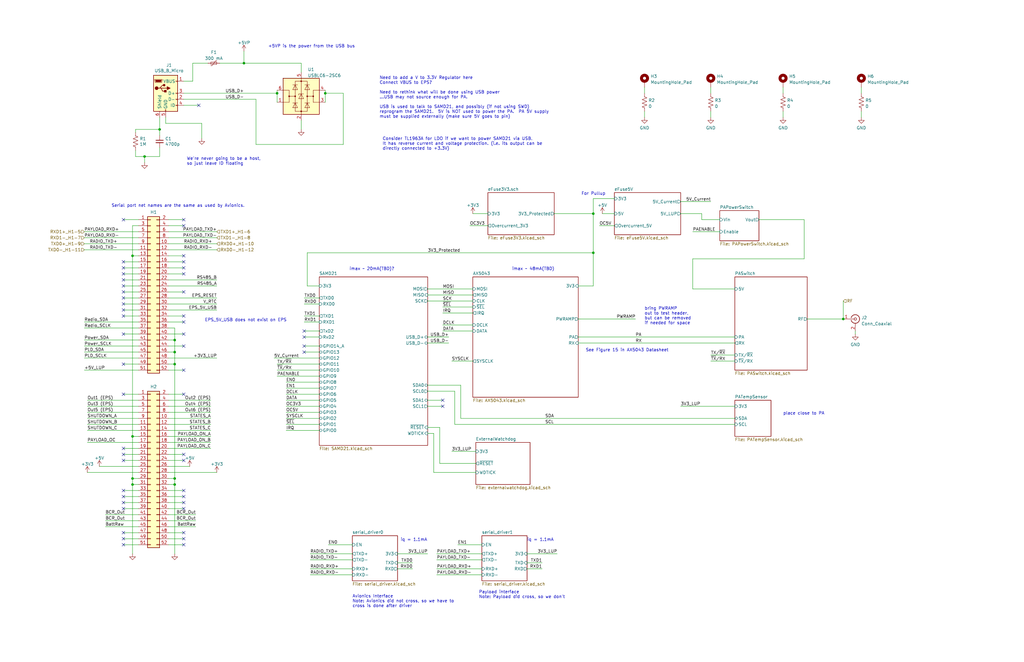
<source format=kicad_sch>
(kicad_sch (version 20211123) (generator eeschema)
  (paper "B")
  (lib_symbols
    (symbol "Avionics_Board-rescue:USB_B_Micro-Connector" (pin_names (offset 1.016))
      (property "Reference" "J" (at -5.08 11.43 0))
      (property "Value" "USB_B_Micro-Connector" (at -5.08 8.89 0))
      (symbol "USB_B_Micro-Connector_1_1"
        (pin power_out line (at 7.62 5.08 180) (length 2.54) (name "VBUS") (number "1"))
        (pin passive line (at 7.62 -2.54 180) (length 2.54) (name "D-") (number "2"))
        (pin passive line (at 7.62 0 180) (length 2.54) (name "D+") (number "3"))
        (pin passive line (at 7.62 -5.08 180) (length 2.54) (name "ID") (number "4"))
        (pin power_out line (at 0 -10.16 90) (length 2.54) (name "GND") (number "5"))
        (pin passive line (at -2.54 -10.16 90) (length 2.54) (name "Shield") (number "6"))
      )
    )
    (symbol "Connector:Conn_Coaxial" (pin_names (offset 1.016) hide)
      (property "Reference" "J" (at 0.254 3.048 0))
      (property "Value" "Conn_Coaxial" (at 2.921 0 90))
      (symbol "Conn_Coaxial_1_1"
        (pin passive line (at -5.08 0 0) (length 2.54) (name "In") (number "1"))
        (pin passive line (at 0 -5.08 90) (length 2.54) (name "Ext") (number "2"))
      )
    )
    (symbol "Connector_Generic:Conn_02x26_Odd_Even" (pin_names (offset 1.016) hide)
      (property "Reference" "J" (at 1.27 33.02 0))
      (property "Value" "Conn_02x26_Odd_Even" (at 1.27 -35.56 0))
      (symbol "Conn_02x26_Odd_Even_1_1"
        (pin passive line (at -5.08 30.48 0) (length 3.81) (name "Pin_1") (number "1"))
        (pin passive line (at 7.62 20.32 180) (length 3.81) (name "Pin_10") (number "10"))
        (pin passive line (at -5.08 17.78 0) (length 3.81) (name "Pin_11") (number "11"))
        (pin passive line (at 7.62 17.78 180) (length 3.81) (name "Pin_12") (number "12"))
        (pin passive line (at -5.08 15.24 0) (length 3.81) (name "Pin_13") (number "13"))
        (pin passive line (at 7.62 15.24 180) (length 3.81) (name "Pin_14") (number "14"))
        (pin passive line (at -5.08 12.7 0) (length 3.81) (name "Pin_15") (number "15"))
        (pin passive line (at 7.62 12.7 180) (length 3.81) (name "Pin_16") (number "16"))
        (pin passive line (at -5.08 10.16 0) (length 3.81) (name "Pin_17") (number "17"))
        (pin passive line (at 7.62 10.16 180) (length 3.81) (name "Pin_18") (number "18"))
        (pin passive line (at -5.08 7.62 0) (length 3.81) (name "Pin_19") (number "19"))
        (pin passive line (at 7.62 30.48 180) (length 3.81) (name "Pin_2") (number "2"))
        (pin passive line (at 7.62 7.62 180) (length 3.81) (name "Pin_20") (number "20"))
        (pin passive line (at -5.08 5.08 0) (length 3.81) (name "Pin_21") (number "21"))
        (pin passive line (at 7.62 5.08 180) (length 3.81) (name "Pin_22") (number "22"))
        (pin passive line (at -5.08 2.54 0) (length 3.81) (name "Pin_23") (number "23"))
        (pin passive line (at 7.62 2.54 180) (length 3.81) (name "Pin_24") (number "24"))
        (pin passive line (at -5.08 0 0) (length 3.81) (name "Pin_25") (number "25"))
        (pin passive line (at 7.62 0 180) (length 3.81) (name "Pin_26") (number "26"))
        (pin passive line (at -5.08 -2.54 0) (length 3.81) (name "Pin_27") (number "27"))
        (pin passive line (at 7.62 -2.54 180) (length 3.81) (name "Pin_28") (number "28"))
        (pin passive line (at -5.08 -5.08 0) (length 3.81) (name "Pin_29") (number "29"))
        (pin passive line (at -5.08 27.94 0) (length 3.81) (name "Pin_3") (number "3"))
        (pin passive line (at 7.62 -5.08 180) (length 3.81) (name "Pin_30") (number "30"))
        (pin passive line (at -5.08 -7.62 0) (length 3.81) (name "Pin_31") (number "31"))
        (pin passive line (at 7.62 -7.62 180) (length 3.81) (name "Pin_32") (number "32"))
        (pin passive line (at -5.08 -10.16 0) (length 3.81) (name "Pin_33") (number "33"))
        (pin passive line (at 7.62 -10.16 180) (length 3.81) (name "Pin_34") (number "34"))
        (pin passive line (at -5.08 -12.7 0) (length 3.81) (name "Pin_35") (number "35"))
        (pin passive line (at 7.62 -12.7 180) (length 3.81) (name "Pin_36") (number "36"))
        (pin passive line (at -5.08 -15.24 0) (length 3.81) (name "Pin_37") (number "37"))
        (pin passive line (at 7.62 -15.24 180) (length 3.81) (name "Pin_38") (number "38"))
        (pin passive line (at -5.08 -17.78 0) (length 3.81) (name "Pin_39") (number "39"))
        (pin passive line (at 7.62 27.94 180) (length 3.81) (name "Pin_4") (number "4"))
        (pin passive line (at 7.62 -17.78 180) (length 3.81) (name "Pin_40") (number "40"))
        (pin passive line (at -5.08 -20.32 0) (length 3.81) (name "Pin_41") (number "41"))
        (pin passive line (at 7.62 -20.32 180) (length 3.81) (name "Pin_42") (number "42"))
        (pin passive line (at -5.08 -22.86 0) (length 3.81) (name "Pin_43") (number "43"))
        (pin passive line (at 7.62 -22.86 180) (length 3.81) (name "Pin_44") (number "44"))
        (pin passive line (at -5.08 -25.4 0) (length 3.81) (name "Pin_45") (number "45"))
        (pin passive line (at 7.62 -25.4 180) (length 3.81) (name "Pin_46") (number "46"))
        (pin passive line (at -5.08 -27.94 0) (length 3.81) (name "Pin_47") (number "47"))
        (pin passive line (at 7.62 -27.94 180) (length 3.81) (name "Pin_48") (number "48"))
        (pin passive line (at -5.08 -30.48 0) (length 3.81) (name "Pin_49") (number "49"))
        (pin passive line (at -5.08 25.4 0) (length 3.81) (name "Pin_5") (number "5"))
        (pin passive line (at 7.62 -30.48 180) (length 3.81) (name "Pin_50") (number "50"))
        (pin passive line (at -5.08 -33.02 0) (length 3.81) (name "Pin_51") (number "51"))
        (pin passive line (at 7.62 -33.02 180) (length 3.81) (name "Pin_52") (number "52"))
        (pin passive line (at 7.62 25.4 180) (length 3.81) (name "Pin_6") (number "6"))
        (pin passive line (at -5.08 22.86 0) (length 3.81) (name "Pin_7") (number "7"))
        (pin passive line (at 7.62 22.86 180) (length 3.81) (name "Pin_8") (number "8"))
        (pin passive line (at -5.08 20.32 0) (length 3.81) (name "Pin_9") (number "9"))
      )
    )
    (symbol "Device:C_Small" (pin_numbers hide) (pin_names (offset 0.254) hide)
      (property "Reference" "C" (at 0.254 1.778 0))
      (property "Value" "C_Small" (at 0.254 -2.032 0))
      (symbol "C_Small_1_1"
        (pin passive line (at 0 2.54 270) (length 2.032) (name "~") (number "1"))
        (pin passive line (at 0 -2.54 90) (length 2.032) (name "~") (number "2"))
      )
    )
    (symbol "Device:Polyfuse_Small" (pin_numbers hide) (pin_names (offset 0))
      (property "Reference" "F" (at -1.905 0 90))
      (property "Value" "Polyfuse_Small" (at 1.905 0 90))
      (symbol "Polyfuse_Small_1_1"
        (pin passive line (at 0 2.54 270) (length 0.635) (name "~") (number "1"))
        (pin passive line (at 0 -2.54 90) (length 0.635) (name "~") (number "2"))
      )
    )
    (symbol "Device:R_US" (pin_numbers hide) (pin_names (offset 0))
      (property "Reference" "R" (at 2.54 0 90))
      (property "Value" "R_US" (at -2.54 0 90))
      (symbol "R_US_1_1"
        (pin passive line (at 0 3.81 270) (length 1.27) (name "~") (number "1"))
        (pin passive line (at 0 -3.81 90) (length 1.27) (name "~") (number "2"))
      )
    )
    (symbol "Mechanical:MountingHole_Pad" (pin_numbers hide) (pin_names (offset 1.016) hide)
      (property "Reference" "H" (at 0 6.35 0))
      (property "Value" "MountingHole_Pad" (at 0 4.445 0))
      (symbol "MountingHole_Pad_1_1"
        (pin input line (at 0 -2.54 90) (length 2.54) (name "1") (number "1"))
      )
    )
    (symbol "Power_Protection:USBLC6-2SC6" (pin_names hide)
      (property "Reference" "U" (at 2.54 8.89 0))
      (property "Value" "USBLC6-2SC6" (at 2.54 -8.89 0))
      (symbol "USBLC6-2SC6_1_1"
        (pin passive line (at -10.16 -2.54 0) (length 2.54) (name "I/O1") (number "1"))
        (pin passive line (at 0 -10.16 90) (length 2.54) (name "GND") (number "2"))
        (pin passive line (at 10.16 -2.54 180) (length 2.54) (name "I/O2") (number "3"))
        (pin passive line (at 10.16 2.54 180) (length 2.54) (name "I/O2") (number "4"))
        (pin passive line (at 0 10.16 270) (length 2.54) (name "VBUS") (number "5"))
        (pin passive line (at -10.16 2.54 0) (length 2.54) (name "I/O1") (number "6"))
      )
    )
    (symbol "power:+3.3V" (power) (pin_names (offset 0))
      (property "Value" "+3.3V" (at 0 3.556 0))
      (symbol "+3.3V_1_1"
        (pin power_in line (at 0 0 90) (length 0) hide (name "+3V3") (number "1"))
      )
    )
    (symbol "power:+5V" (power) (pin_names (offset 0))
      (property "Value" "+5V" (at 0 3.556 0))
      (symbol "+5V_1_1"
        (pin power_in line (at 0 0 90) (length 0) hide (name "+5V") (number "1"))
      )
    )
    (symbol "power:+5VP" (power) (pin_names (offset 0))
      (property "Value" "+5VP" (at 0 3.556 0))
      (symbol "+5VP_1_1"
        (pin power_in line (at 0 0 90) (length 0) hide (name "+5VP") (number "1"))
      )
    )
    (symbol "power:GND" (power) (pin_names (offset 0))
      (property "Value" "GND" (at 0 -3.81 0))
      (symbol "GND_1_1"
        (pin power_in line (at 0 0 270) (length 0) hide (name "GND") (number "1"))
      )
    )
  )
  (junction (at 137.16 39.37))
  (junction (at 250.19 90.17))
  (junction (at 116.84 39.37))
  (junction (at 73.66 153.67))
  (junction (at 55.88 107.95))
  (junction (at 73.66 143.51))
  (junction (at 55.88 201.93))
  (junction (at 67.31 54.61))
  (junction (at 355.6 134.62))
  (junction (at 73.66 201.93))
  (junction (at 250.19 106.68))
  (junction (at 73.66 148.59))
  (junction (at 102.87 26.67))
  (junction (at 73.66 204.47))
  (junction (at 55.88 184.15))
  (junction (at 55.88 204.47))
  (junction (at 60.96 66.04))
  (no_connect (at 83.82 44.45))
  (no_connect (at 128.27 148.59))
  (no_connect (at 77.47 166.37))
  (no_connect (at 186.69 171.45))
  (no_connect (at 186.69 168.91))
  (no_connect (at 128.27 146.05))
  (no_connect (at 128.27 142.24))
  (no_connect (at 128.27 139.7))
  (no_connect (at 77.47 146.05))
  (no_connect (at 77.47 133.35))
  (no_connect (at 77.47 135.89))
  (no_connect (at 77.47 140.97))
  (no_connect (at 77.47 92.71))
  (no_connect (at 77.47 95.25))
  (no_connect (at 77.47 123.19))
  (no_connect (at 77.47 107.95))
  (no_connect (at 77.47 110.49))
  (no_connect (at 77.47 113.03))
  (no_connect (at 77.47 115.57))
  (no_connect (at 52.07 153.67))
  (no_connect (at 52.07 110.49))
  (no_connect (at 52.07 113.03))
  (no_connect (at 52.07 133.35))
  (no_connect (at 52.07 140.97))
  (no_connect (at 52.07 123.19))
  (no_connect (at 52.07 125.73))
  (no_connect (at 52.07 128.27))
  (no_connect (at 52.07 130.81))
  (no_connect (at 52.07 115.57))
  (no_connect (at 52.07 118.11))
  (no_connect (at 52.07 120.65))
  (no_connect (at 52.07 92.71))
  (no_connect (at 77.47 191.77))
  (no_connect (at 77.47 194.31))
  (no_connect (at 52.07 207.01))
  (no_connect (at 52.07 224.79))
  (no_connect (at 52.07 229.87))
  (no_connect (at 52.07 227.33))
  (no_connect (at 52.07 209.55))
  (no_connect (at 52.07 212.09))
  (no_connect (at 52.07 214.63))
  (no_connect (at 77.47 207.01))
  (no_connect (at 77.47 209.55))
  (no_connect (at 77.47 212.09))
  (no_connect (at 77.47 214.63))
  (no_connect (at 77.47 224.79))
  (no_connect (at 77.47 227.33))
  (no_connect (at 77.47 229.87))
  (no_connect (at 52.07 189.23))
  (no_connect (at 52.07 191.77))
  (no_connect (at 52.07 194.31))
  (no_connect (at 52.07 166.37))
  (no_connect (at 77.47 156.21))
  (wire (pts (xy 339.09 109.22) (xy 292.1 109.22)))
  (wire (pts (xy 243.84 142.24) (xy 309.88 142.24)))
  (wire (pts (xy 71.12 148.59) (xy 73.66 148.59)))
  (wire (pts (xy 60.96 68.58) (xy 60.96 66.04)))
  (wire (pts (xy 52.07 207.01) (xy 58.42 207.01)))
  (wire (pts (xy 287.02 171.45) (xy 309.88 171.45)))
  (wire (pts (xy 71.12 133.35) (xy 77.47 133.35)))
  (wire (pts (xy 128.27 133.35) (xy 134.62 133.35)))
  (wire (pts (xy 71.12 194.31) (xy 77.47 194.31)))
  (wire (pts (xy 35.56 102.87) (xy 58.42 102.87)))
  (wire (pts (xy 130.81 236.22) (xy 148.59 236.22)))
  (wire (pts (xy 186.69 137.16) (xy 199.39 137.16)))
  (wire (pts (xy 55.88 201.93) (xy 58.42 201.93)))
  (wire (pts (xy 67.31 54.61) (xy 57.15 54.61)))
  (wire (pts (xy 128.27 148.59) (xy 134.62 148.59)))
  (wire (pts (xy 71.12 151.13) (xy 91.44 151.13)))
  (wire (pts (xy 287.02 85.09) (xy 299.72 85.09)))
  (wire (pts (xy 57.15 66.04) (xy 60.96 66.04)))
  (wire (pts (xy 120.65 176.53) (xy 134.62 176.53)))
  (wire (pts (xy 52.07 133.35) (xy 58.42 133.35)))
  (wire (pts (xy 71.12 191.77) (xy 77.47 191.77)))
  (wire (pts (xy 360.68 139.7) (xy 360.68 140.97)))
  (wire (pts (xy 120.65 166.37) (xy 134.62 166.37)))
  (wire (pts (xy 190.5 190.5) (xy 200.66 190.5)))
  (wire (pts (xy 67.31 49.53) (xy 67.31 54.61)))
  (wire (pts (xy 250.19 90.17) (xy 233.68 90.17)))
  (wire (pts (xy 44.45 219.71) (xy 58.42 219.71)))
  (wire (pts (xy 52.07 209.55) (xy 58.42 209.55)))
  (wire (pts (xy 36.83 171.45) (xy 58.42 171.45)))
  (wire (pts (xy 228.6 240.03) (xy 222.25 240.03)))
  (wire (pts (xy 180.34 162.56) (xy 194.31 162.56)))
  (wire (pts (xy 73.66 204.47) (xy 73.66 233.68)))
  (wire (pts (xy 299.72 149.86) (xy 309.88 149.86)))
  (wire (pts (xy 330.2 46.99) (xy 330.2 49.53)))
  (wire (pts (xy 52.07 191.77) (xy 58.42 191.77)))
  (wire (pts (xy 102.87 26.67) (xy 102.87 21.59)))
  (wire (pts (xy 71.12 110.49) (xy 77.47 110.49)))
  (wire (pts (xy 107.95 60.96) (xy 144.78 60.96)))
  (wire (pts (xy 71.12 100.33) (xy 91.44 100.33)))
  (wire (pts (xy 128.27 125.73) (xy 134.62 125.73)))
  (wire (pts (xy 35.56 148.59) (xy 58.42 148.59)))
  (wire (pts (xy 116.84 153.67) (xy 134.62 153.67)))
  (wire (pts (xy 184.15 242.57) (xy 203.2 242.57)))
  (wire (pts (xy 250.19 83.82) (xy 250.19 90.17)))
  (wire (pts (xy 52.07 189.23) (xy 58.42 189.23)))
  (wire (pts (xy 180.34 142.24) (xy 189.23 142.24)))
  (wire (pts (xy 71.12 186.69) (xy 88.9 186.69)))
  (wire (pts (xy 222.25 233.68) (xy 234.95 233.68)))
  (wire (pts (xy 182.88 199.39) (xy 182.88 182.88)))
  (wire (pts (xy 71.12 189.23) (xy 88.9 189.23)))
  (wire (pts (xy 180.34 144.78) (xy 189.23 144.78)))
  (wire (pts (xy 71.12 105.41) (xy 91.44 105.41)))
  (wire (pts (xy 130.81 233.68) (xy 148.59 233.68)))
  (wire (pts (xy 35.56 138.43) (xy 58.42 138.43)))
  (wire (pts (xy 363.22 46.99) (xy 363.22 49.53)))
  (wire (pts (xy 120.65 163.83) (xy 134.62 163.83)))
  (wire (pts (xy 71.12 97.79) (xy 91.44 97.79)))
  (wire (pts (xy 52.07 194.31) (xy 58.42 194.31)))
  (wire (pts (xy 180.34 121.92) (xy 199.39 121.92)))
  (wire (pts (xy 52.07 224.79) (xy 58.42 224.79)))
  (wire (pts (xy 127 30.48) (xy 127 26.67)))
  (wire (pts (xy 186.69 129.54) (xy 199.39 129.54)))
  (wire (pts (xy 180.34 165.1) (xy 191.77 165.1)))
  (wire (pts (xy 116.84 39.37) (xy 116.84 43.18)))
  (wire (pts (xy 92.71 26.67) (xy 102.87 26.67)))
  (wire (pts (xy 191.77 179.07) (xy 309.88 179.07)))
  (wire (pts (xy 44.45 222.25) (xy 58.42 222.25)))
  (wire (pts (xy 134.62 120.65) (xy 129.54 120.65)))
  (wire (pts (xy 144.78 60.96) (xy 144.78 39.37)))
  (wire (pts (xy 137.16 38.1) (xy 137.16 39.37)))
  (wire (pts (xy 55.88 204.47) (xy 58.42 204.47)))
  (wire (pts (xy 52.07 227.33) (xy 58.42 227.33)))
  (wire (pts (xy 120.65 171.45) (xy 134.62 171.45)))
  (wire (pts (xy 128.27 128.27) (xy 134.62 128.27)))
  (wire (pts (xy 194.31 176.53) (xy 309.88 176.53)))
  (wire (pts (xy 71.12 125.73) (xy 91.44 125.73)))
  (wire (pts (xy 57.15 54.61) (xy 57.15 55.88)))
  (wire (pts (xy 71.12 176.53) (xy 88.9 176.53)))
  (wire (pts (xy 137.16 39.37) (xy 137.16 43.18)))
  (wire (pts (xy 36.83 173.99) (xy 58.42 173.99)))
  (wire (pts (xy 71.12 207.01) (xy 77.47 207.01)))
  (wire (pts (xy 250.19 106.68) (xy 250.19 90.17)))
  (wire (pts (xy 292.1 109.22) (xy 292.1 121.92)))
  (wire (pts (xy 71.12 130.81) (xy 91.44 130.81)))
  (wire (pts (xy 81.28 34.29) (xy 81.28 26.67)))
  (wire (pts (xy 254 90.17) (xy 259.08 90.17)))
  (wire (pts (xy 52.07 214.63) (xy 58.42 214.63)))
  (wire (pts (xy 52.07 212.09) (xy 58.42 212.09)))
  (wire (pts (xy 127 26.67) (xy 102.87 26.67)))
  (wire (pts (xy 81.28 26.67) (xy 87.63 26.67)))
  (wire (pts (xy 355.6 127) (xy 355.6 134.62)))
  (wire (pts (xy 35.56 105.41) (xy 58.42 105.41)))
  (wire (pts (xy 52.07 123.19) (xy 58.42 123.19)))
  (wire (pts (xy 180.34 182.88) (xy 182.88 182.88)))
  (wire (pts (xy 190.5 152.4) (xy 199.39 152.4)))
  (wire (pts (xy 71.12 196.85) (xy 80.01 196.85)))
  (wire (pts (xy 363.22 36.83) (xy 363.22 39.37)))
  (wire (pts (xy 186.69 132.08) (xy 199.39 132.08)))
  (wire (pts (xy 330.2 36.83) (xy 330.2 39.37)))
  (wire (pts (xy 69.85 52.07) (xy 85.09 52.07)))
  (wire (pts (xy 250.19 120.65) (xy 250.19 106.68)))
  (wire (pts (xy 243.84 120.65) (xy 250.19 120.65)))
  (wire (pts (xy 71.12 168.91) (xy 88.9 168.91)))
  (wire (pts (xy 36.83 186.69) (xy 58.42 186.69)))
  (wire (pts (xy 243.84 144.78) (xy 309.88 144.78)))
  (wire (pts (xy 180.34 124.46) (xy 199.39 124.46)))
  (wire (pts (xy 71.12 184.15) (xy 88.9 184.15)))
  (wire (pts (xy 73.66 143.51) (xy 73.66 148.59)))
  (wire (pts (xy 116.84 158.75) (xy 134.62 158.75)))
  (wire (pts (xy 116.84 156.21) (xy 134.62 156.21)))
  (wire (pts (xy 67.31 66.04) (xy 67.31 62.23)))
  (wire (pts (xy 57.15 63.5) (xy 57.15 66.04)))
  (wire (pts (xy 228.6 237.49) (xy 222.25 237.49)))
  (wire (pts (xy 71.12 212.09) (xy 77.47 212.09)))
  (wire (pts (xy 128.27 135.89) (xy 134.62 135.89)))
  (wire (pts (xy 167.64 233.68) (xy 180.34 233.68)))
  (wire (pts (xy 173.99 240.03) (xy 167.64 240.03)))
  (wire (pts (xy 299.72 152.4) (xy 309.88 152.4)))
  (wire (pts (xy 339.09 92.71) (xy 339.09 109.22)))
  (wire (pts (xy 71.12 95.25) (xy 77.47 95.25)))
  (wire (pts (xy 36.83 181.61) (xy 58.42 181.61)))
  (wire (pts (xy 198.12 95.25) (xy 205.74 95.25)))
  (wire (pts (xy 292.1 97.79) (xy 303.53 97.79)))
  (wire (pts (xy 55.88 95.25) (xy 58.42 95.25)))
  (wire (pts (xy 73.66 201.93) (xy 73.66 204.47)))
  (wire (pts (xy 107.95 41.91) (xy 107.95 60.96)))
  (wire (pts (xy 35.56 135.89) (xy 58.42 135.89)))
  (wire (pts (xy 71.12 123.19) (xy 77.47 123.19)))
  (wire (pts (xy 52.07 125.73) (xy 58.42 125.73)))
  (wire (pts (xy 184.15 240.03) (xy 203.2 240.03)))
  (wire (pts (xy 205.74 90.17) (xy 199.39 90.17)))
  (wire (pts (xy 71.12 229.87) (xy 77.47 229.87)))
  (wire (pts (xy 144.78 39.37) (xy 137.16 39.37)))
  (wire (pts (xy 71.12 181.61) (xy 88.9 181.61)))
  (wire (pts (xy 73.66 138.43) (xy 73.66 143.51)))
  (wire (pts (xy 77.47 39.37) (xy 116.84 39.37)))
  (wire (pts (xy 138.43 229.87) (xy 148.59 229.87)))
  (wire (pts (xy 184.15 233.68) (xy 203.2 233.68)))
  (wire (pts (xy 35.56 143.51) (xy 58.42 143.51)))
  (wire (pts (xy 77.47 44.45) (xy 83.82 44.45)))
  (wire (pts (xy 115.57 151.13) (xy 134.62 151.13)))
  (wire (pts (xy 71.12 156.21) (xy 77.47 156.21)))
  (wire (pts (xy 71.12 115.57) (xy 77.47 115.57)))
  (wire (pts (xy 36.83 199.39) (xy 58.42 199.39)))
  (wire (pts (xy 73.66 153.67) (xy 73.66 201.93)))
  (wire (pts (xy 193.04 229.87) (xy 203.2 229.87)))
  (wire (pts (xy 120.65 181.61) (xy 134.62 181.61)))
  (wire (pts (xy 130.81 240.03) (xy 148.59 240.03)))
  (wire (pts (xy 184.15 236.22) (xy 203.2 236.22)))
  (wire (pts (xy 120.65 168.91) (xy 134.62 168.91)))
  (wire (pts (xy 243.84 134.62) (xy 267.97 134.62)))
  (wire (pts (xy 71.12 209.55) (xy 77.47 209.55)))
  (wire (pts (xy 52.07 128.27) (xy 58.42 128.27)))
  (wire (pts (xy 120.65 173.99) (xy 134.62 173.99)))
  (wire (pts (xy 287.02 90.17) (xy 295.91 90.17)))
  (wire (pts (xy 71.12 173.99) (xy 88.9 173.99)))
  (wire (pts (xy 295.91 92.71) (xy 303.53 92.71)))
  (wire (pts (xy 52.07 92.71) (xy 58.42 92.71)))
  (wire (pts (xy 52.07 113.03) (xy 58.42 113.03)))
  (wire (pts (xy 35.56 97.79) (xy 58.42 97.79)))
  (wire (pts (xy 71.12 146.05) (xy 77.47 146.05)))
  (wire (pts (xy 71.12 171.45) (xy 88.9 171.45)))
  (wire (pts (xy 259.08 83.82) (xy 250.19 83.82)))
  (wire (pts (xy 69.85 49.53) (xy 69.85 52.07)))
  (wire (pts (xy 52.07 110.49) (xy 58.42 110.49)))
  (wire (pts (xy 71.12 179.07) (xy 88.9 179.07)))
  (wire (pts (xy 71.12 107.95) (xy 77.47 107.95)))
  (wire (pts (xy 116.84 39.37) (xy 116.84 38.1)))
  (wire (pts (xy 52.07 229.87) (xy 58.42 229.87)))
  (wire (pts (xy 71.12 214.63) (xy 77.47 214.63)))
  (wire (pts (xy 52.07 130.81) (xy 58.42 130.81)))
  (wire (pts (xy 71.12 138.43) (xy 73.66 138.43)))
  (wire (pts (xy 71.12 224.79) (xy 77.47 224.79)))
  (wire (pts (xy 129.54 120.65) (xy 129.54 106.68)))
  (wire (pts (xy 35.56 156.21) (xy 58.42 156.21)))
  (wire (pts (xy 200.66 195.58) (xy 185.42 195.58)))
  (wire (pts (xy 71.12 199.39) (xy 91.44 199.39)))
  (wire (pts (xy 71.12 92.71) (xy 77.47 92.71)))
  (wire (pts (xy 120.65 179.07) (xy 134.62 179.07)))
  (wire (pts (xy 271.78 36.83) (xy 271.78 39.37)))
  (wire (pts (xy 309.88 121.92) (xy 292.1 121.92)))
  (wire (pts (xy 299.72 36.83) (xy 299.72 39.37)))
  (wire (pts (xy 71.12 128.27) (xy 91.44 128.27)))
  (wire (pts (xy 77.47 166.37) (xy 71.12 166.37)))
  (wire (pts (xy 52.07 153.67) (xy 58.42 153.67)))
  (wire (pts (xy 73.66 148.59) (xy 73.66 153.67)))
  (wire (pts (xy 71.12 143.51) (xy 73.66 143.51)))
  (wire (pts (xy 252.73 95.25) (xy 259.08 95.25)))
  (wire (pts (xy 128.27 142.24) (xy 134.62 142.24)))
  (wire (pts (xy 71.12 219.71) (xy 82.55 219.71)))
  (wire (pts (xy 299.72 46.99) (xy 299.72 49.53)))
  (wire (pts (xy 130.81 242.57) (xy 148.59 242.57)))
  (wire (pts (xy 295.91 90.17) (xy 295.91 92.71)))
  (wire (pts (xy 71.12 113.03) (xy 77.47 113.03)))
  (wire (pts (xy 36.83 168.91) (xy 58.42 168.91)))
  (wire (pts (xy 71.12 135.89) (xy 77.47 135.89)))
  (wire (pts (xy 128.27 146.05) (xy 134.62 146.05)))
  (wire (pts (xy 44.45 217.17) (xy 58.42 217.17)))
  (wire (pts (xy 71.12 217.17) (xy 82.55 217.17)))
  (wire (pts (xy 55.88 107.95) (xy 55.88 184.15)))
  (wire (pts (xy 35.56 151.13) (xy 58.42 151.13)))
  (wire (pts (xy 127 50.8) (xy 127 54.61)))
  (wire (pts (xy 52.07 140.97) (xy 58.42 140.97)))
  (wire (pts (xy 71.12 201.93) (xy 73.66 201.93)))
  (wire (pts (xy 67.31 57.15) (xy 67.31 54.61)))
  (wire (pts (xy 35.56 146.05) (xy 58.42 146.05)))
  (wire (pts (xy 128.27 139.7) (xy 134.62 139.7)))
  (wire (pts (xy 173.99 237.49) (xy 167.64 237.49)))
  (wire (pts (xy 71.12 204.47) (xy 73.66 204.47)))
  (wire (pts (xy 200.66 199.39) (xy 182.88 199.39)))
  (wire (pts (xy 85.09 52.07) (xy 85.09 58.42)))
  (wire (pts (xy 71.12 140.97) (xy 77.47 140.97)))
  (wire (pts (xy 55.88 204.47) (xy 55.88 233.68)))
  (wire (pts (xy 52.07 120.65) (xy 58.42 120.65)))
  (wire (pts (xy 77.47 34.29) (xy 81.28 34.29)))
  (wire (pts (xy 180.34 180.34) (xy 185.42 180.34)))
  (wire (pts (xy 71.12 222.25) (xy 82.55 222.25)))
  (wire (pts (xy 55.88 184.15) (xy 58.42 184.15)))
  (wire (pts (xy 180.34 127) (xy 199.39 127)))
  (wire (pts (xy 180.34 168.91) (xy 186.69 168.91)))
  (wire (pts (xy 77.47 41.91) (xy 107.95 41.91)))
  (wire (pts (xy 180.34 171.45) (xy 186.69 171.45)))
  (wire (pts (xy 191.77 165.1) (xy 191.77 179.07)))
  (wire (pts (xy 35.56 100.33) (xy 58.42 100.33)))
  (wire (pts (xy 36.83 179.07) (xy 58.42 179.07)))
  (wire (pts (xy 55.88 95.25) (xy 55.88 107.95)))
  (wire (pts (xy 71.12 118.11) (xy 91.44 118.11)))
  (wire (pts (xy 271.78 46.99) (xy 271.78 49.53)))
  (wire (pts (xy 52.07 166.37) (xy 58.42 166.37)))
  (wire (pts (xy 36.83 176.53) (xy 58.42 176.53)))
  (wire (pts (xy 71.12 153.67) (xy 73.66 153.67)))
  (wire (pts (xy 71.12 120.65) (xy 91.44 120.65)))
  (wire (pts (xy 55.88 184.15) (xy 55.88 201.93)))
  (wire (pts (xy 129.54 106.68) (xy 250.19 106.68)))
  (wire (pts (xy 55.88 201.93) (xy 55.88 204.47)))
  (wire (pts (xy 55.88 107.95) (xy 58.42 107.95)))
  (wire (pts (xy 320.04 92.71) (xy 339.09 92.71)))
  (wire (pts (xy 120.65 161.29) (xy 134.62 161.29)))
  (wire (pts (xy 186.69 139.7) (xy 199.39 139.7)))
  (wire (pts (xy 340.36 134.62) (xy 355.6 134.62)))
  (wire (pts (xy 71.12 227.33) (xy 77.47 227.33)))
  (wire (pts (xy 52.07 115.57) (xy 58.42 115.57)))
  (wire (pts (xy 41.91 196.85) (xy 58.42 196.85)))
  (wire (pts (xy 185.42 195.58) (xy 185.42 180.34)))
  (wire (pts (xy 71.12 102.87) (xy 91.44 102.87)))
  (wire (pts (xy 194.31 162.56) (xy 194.31 176.53)))
  (wire (pts (xy 52.07 118.11) (xy 58.42 118.11)))
  (wire (pts (xy 60.96 66.04) (xy 67.31 66.04)))
  (text "+5VP is the power from the USB bus" (at 113.03 20.32 0) (effects (font (size 1.27 1.27)) (justify left bottom)))
  (text "See Figure 15 in AX5043 Datasheet" (at 281.94 148.59 180) (effects (font (size 1.27 1.27)) (justify right bottom)))
  (text "iq = 1.1mA" (at 168.91 228.6 0) (effects (font (size 1.27 1.27)) (justify left bottom)))
  (text "bring PWRAMP \nout to test header,\nbut can be removed\nif needed for space\n" (at 271.78 137.16 0) (effects (font (size 1.27 1.27)) (justify left bottom)))
  (text "imax ~ 48mA(TBD)" (at 215.9 114.3 0) (effects (font (size 1.27 1.27)) (justify left bottom)))
  (text "place close to PA" (at 330.2 175.26 0) (effects (font (size 1.27 1.27)) (justify left bottom)))
  (text "Avionics Interface\nNote: Avionics did not cross, so we have to\ncross is done after driver\n" (at 148.59 256.54 0) (effects (font (size 1.27 1.27)) (justify left bottom)))
  (text "Need to add a V to 3.3V Regulator here\nConnect VBUS to EPS?\n\nNeed to rethink what will be done using USB power\n...USB may not source enough for PA.\n\nUSB is used to talk to SAMD21, and possibly (if not using SWD)\nreprogram the SAMD21.  5V is NOT used to power the PA.  PA 5V supply\nmust be supplied externally (make sure 5V goes to pin)\n\n" (at 160.02 52.07 0) (effects (font (size 1.27 1.27)) (justify left bottom)))
  (text "We're never going to be a host, \nso just leave ID floating" (at 78.74 69.85 0) (effects (font (size 1.27 1.27)) (justify left bottom)))
  (text "iq = 1.1mA" (at 222.25 228.6 0) (effects (font (size 1.27 1.27)) (justify left bottom)))
  (text "For Pullup" (at 245.11 82.55 0) (effects (font (size 1.27 1.27)) (justify left bottom)))
  (text "Payload interface\nNote: Payload did cross, so we don't" (at 201.93 252.73 0) (effects (font (size 1.27 1.27)) (justify left bottom)))
  (text "EPS_5V_USB does not exist on EPS" (at 86.36 135.89 0) (effects (font (size 1.27 1.27)) (justify left bottom)))
  (text "Serial port net names are the same as used by Avionics." (at 46.99 87.63 0) (effects (font (size 1.27 1.27)) (justify left bottom)))
  (text "Consider TL1963A for LDO if we want to power SAMD21 via USB.\nIt has reverse current and voltage protection. (i.e. its output can be \ndirectly connected to +3.3V)\n" (at 161.29 63.5 0) (effects (font (size 1.27 1.27)) (justify left bottom)))
  (text "imax ~ 20mA(TBD)?" (at 147.32 114.3 0) (effects (font (size 1.27 1.27)) (justify left bottom)))
  (label "RADIO_RXD-" (at 77.47 105.41 0))
  (label "PAYLOAD_TXD-" (at 91.44 100.33 180))
  (label "~{SEL}" (at 186.69 129.54 0))
  (label "OC5V" (at 252.73 95.25 0))
  (label "V_RTC" (at 91.44 128.27 180))
  (label "STATES_C" (at 88.9 181.61 180))
  (label "RADIO_RXD+" (at 130.81 240.03 0))
  (label "EPS_5V_USB" (at 91.44 130.81 180))
  (label "STATES_A" (at 88.9 176.53 180))
  (label "EN1" (at 120.65 163.83 0))
  (label "EPS_RESET" (at 91.44 125.73 180))
  (label "RADIO_RXD+" (at 77.47 102.87 0))
  (label "BCR_Out" (at 82.55 219.71 180))
  (label "5V_Current" (at 115.57 151.13 0))
  (label "3V3_LUP" (at 190.5 190.5 0))
  (label "BattRaw" (at 44.45 222.25 0))
  (label "SYSCLK" (at 190.5 152.4 0))
  (label "3V3_LUP" (at 287.02 171.45 0))
  (label "PAENABLE" (at 292.1 97.79 0))
  (label "PAYLOAD_ON_A" (at 88.9 184.15 180))
  (label "IRQ" (at 186.69 132.08 0))
  (label "SHUTDOWN_A" (at 36.83 176.53 0))
  (label "Power_SCLK" (at 35.56 146.05 0))
  (label "USB_D-" (at 189.23 144.78 180))
  (label "IRQ" (at 120.65 181.61 0))
  (label "Power_SDA" (at 35.56 143.51 0))
  (label "BattRaw" (at 82.55 222.25 180))
  (label "SHUTDOWN_C" (at 36.83 181.61 0))
  (label "PAYLOAD_RXD+" (at 35.56 97.79 0))
  (label "RADIO_TXD+" (at 130.81 233.68 0))
  (label "RXD0" (at 173.99 240.03 180))
  (label "RXD1" (at 228.6 240.03 180))
  (label "RS485_A" (at 91.44 120.65 180))
  (label "SCK" (at 186.69 127 0))
  (label "PAYLOAD_TXD+" (at 91.44 97.79 180))
  (label "EN0" (at 138.43 229.87 0))
  (label "RADIO_TXD-" (at 130.81 236.22 0))
  (label "+5V_LUP" (at 35.56 156.21 0))
  (label "BCR_Out" (at 44.45 217.17 0))
  (label "PLD_SDA" (at 35.56 148.59 0))
  (label "MISO" (at 186.69 124.46 0))
  (label "BCR_Out" (at 44.45 219.71 0))
  (label "PAYLOAD_RXD+" (at 184.15 240.03 0))
  (label "TX{slash}~{RX}" (at 299.72 149.86 0))
  (label "USB_D-" (at 102.87 41.91 180))
  (label "RADIO_TXD+" (at 49.53 102.87 180))
  (label "OC5V" (at 120.65 173.99 0))
  (label "OC3V3" (at 120.65 171.45 0))
  (label "PAYLOAD_RXD-" (at 35.56 100.33 0))
  (label "Out4 (EPS)" (at 88.9 171.45 180))
  (label "+3V3_LUP" (at 91.44 151.13 180))
  (label "~{TX}{slash}RX" (at 299.72 152.4 0))
  (label "PLD_SCLK" (at 35.56 151.13 0))
  (label "EN1" (at 193.04 229.87 0))
  (label "SYSCLK" (at 120.65 176.53 0))
  (label "~{SEL}" (at 120.65 179.07 0))
  (label "DCLK" (at 120.65 166.37 0))
  (label "PAYLOAD_TXD+" (at 184.15 233.68 0))
  (label "RXD0" (at 128.27 128.27 0))
  (label "PWRAMP" (at 267.97 134.62 180))
  (label "RADIO_TXD-" (at 49.53 105.41 180))
  (label "BCR_Out" (at 82.55 217.17 180))
  (label "Out2 (EPS)" (at 88.9 168.91 180))
  (label "EN0" (at 120.65 161.29 0))
  (label "Radio_SDA" (at 35.56 135.89 0))
  (label "3V3_LUP" (at 180.34 233.68 180))
  (label "DCLK" (at 186.69 137.16 0))
  (label "RS485_B" (at 91.44 118.11 180))
  (label "SCL" (at 229.87 179.07 0))
  (label "RADIO_RXD-" (at 130.81 242.57 0))
  (label "RXD1" (at 128.27 135.89 0))
  (label "TXD0" (at 128.27 125.73 0))
  (label "3V3_Protected" (at 180.34 106.68 0))
  (label "PAENABLE" (at 116.84 158.75 0))
  (label "Out3 (EPS)" (at 36.83 171.45 0))
  (label "MOSI" (at 186.69 121.92 0))
  (label "Radio_SCLK" (at 35.56 138.43 0))
  (label "PAYLOAD_ON_C" (at 88.9 189.23 180))
  (label "SDA" (at 229.87 176.53 0))
  (label "RX" (at 267.97 144.78 0))
  (label "TXD1" (at 228.6 237.49 180))
  (label "OC3V3" (at 198.12 95.25 0))
  (label "TX{slash}~{RX}" (at 116.84 153.67 0))
  (label "USB_D+" (at 102.87 39.37 180))
  (label "PA" (at 267.97 142.24 0))
  (label "3V3_LUP" (at 234.95 233.68 180))
  (label "PAYLOAD_RXD-" (at 184.15 242.57 0))
  (label "TXD0" (at 173.99 237.49 180))
  (label "PAYLOAD_ON_B" (at 88.9 186.69 180))
  (label "USB_D+" (at 189.23 142.24 180))
  (label "STATES_B" (at 88.9 179.07 180))
  (label "TXD1" (at 128.27 133.35 0))
  (label "~{TX}{slash}RX" (at 116.84 156.21 0))
  (label "PAYLOAD_TXD-" (at 184.15 236.22 0))
  (label "DATA" (at 120.65 168.91 0))
  (label "PAYLOAD_OC" (at 36.83 186.69 0))
  (label "5V_Current" (at 299.72 85.09 180))
  (label "SHUTDOWN_B" (at 36.83 179.07 0))
  (label "DATA" (at 186.69 139.7 0))
  (label "Out5 (EPS)" (at 36.83 173.99 0))
  (label "Out1 (EPS)" (at 36.83 168.91 0))
  (label "Out6 (EPS)" (at 88.9 173.99 180))
  (hierarchical_label "RF" (shape input) (at 355.6 127 0))
  (hierarchical_label "TXD1-_H1-8" (shape input) (at 91.44 100.33 0))
  (hierarchical_label "TXD1+_H1-6" (shape input) (at 91.44 97.79 0))
  (hierarchical_label "RXD1-_H1-7" (shape input) (at 35.56 100.33 180))
  (hierarchical_label "TXD0+_H1-9" (shape input) (at 35.56 102.87 180))
  (hierarchical_label "RXD1+_H1-5" (shape input) (at 35.56 97.79 180))
  (hierarchical_label "TXD0-_H1-11" (shape input) (at 35.56 105.41 180))
  (hierarchical_label "RXD0-_H1-12" (shape input) (at 91.44 105.41 0))
  (hierarchical_label "RXD0+_H1-10" (shape input) (at 91.44 102.87 0))
  (symbol (lib_id "Device:C_Small") (at 67.31 59.69 0) (unit 1)
    (property "Reference" "C1" (at 69.6468 58.5216 0) (effects (justify left)))
    (property "Value" "4700p" (at 69.6468 60.833 0) (effects (justify left)))
    (property "Footprint" "Capacitor_SMD:C_0603_1608Metric" (effects hide))
    (property "Datasheet" "${KIPRJMOD}/Datasheets/KyoceraAVX_AutoMLCC.pdf" (effects hide))
    (property "Manufacturer" "AVX" (effects hide))
  )
  (symbol (lib_id "Mechanical:MountingHole_Pad") (at 299.72 34.29 0) (unit 1)
    (property "Reference" "H4" (at 302.26 32.1853 0) (effects (justify left)))
    (property "Value" "MountingHole_Pad" (at 302.26 34.7222 0) (effects (justify left)))
    (property "Footprint" "MountingHole:MountingHole_3.2mm_M3_Pad_TopBottom" (effects hide))
  )
  (symbol (lib_id "power:GND") (at 73.66 233.68 0) (unit 1)
    (property "Reference" "#PWR05" (effects hide))
    (property "Value" "GND" (effects hide))
  )
  (symbol (lib_id "Connector:Conn_Coaxial") (at 360.68 134.62 0) (unit 1)
    (property "Reference" "J2" (at 363.22 134.0785 0) (effects (justify left)))
    (property "Value" "Conn_Coaxial" (at 363.22 136.6154 0) (effects (justify left)))
    (property "Footprint" "Connector_Coaxial:SMA_Amphenol_901-143_Horizontal" (effects hide))
    (property "Datasheet" "https://www.mouser.com/datasheet/2/18/1/amphs04980_1-2259326.pdf" (effects hide))
    (property "Description" "Right Angle Through-Hole SMA Connector" (effects hide))
    (property "MPN" "901-143-6RFX" (effects hide))
    (property "Manufacturer" "Amphenol" (effects hide))
    (property "Manufacturer_Name" "Amphenol" (effects hide))
    (property "Manufacturer_Part_Number" "901-143-6RFX" (effects hide))
    (property "Mouser Part Number" "523-901-143-6RFX" (effects hide))
    (property "Mouser Price/Stock" "https://www.mouser.com/ProductDetail/Amphenol-RF/901-143-6RFX?qs=Kdyc7Q8pFhpGGXyYYV%2FtdA%3D%3D" (effects hide))
    (property "Mouser_Part_Number" "523-901-143-6RFX" (effects hide))
    (property "Part_Number" "901-143-6RFX" (effects hide))
  )
  (symbol (lib_id "power:+3.3V") (at 36.83 199.39 0) (unit 1)
    (property "Reference" "#PWR01" (effects hide))
    (property "Value" "+3.3V" (at 36.83 195.8142 0))
  )
  (symbol (lib_id "Connector_Generic:Conn_02x26_Odd_Even") (at 63.5 196.85 0) (unit 1)
    (property "Reference" "H2" (at 64.77 163.195 0))
    (property "Value" "Conn_02x26_Odd_Even" (effects hide))
    (property "Footprint" "kicad_library:TheBus2x26" (effects hide))
    (property "Manufacturer" "Samtec" (effects hide))
    (property "Part_Number" "ESQ-126-37-G-D" (effects hide))
    (property "MPN" "ESQ-126-37-G-D" (effects hide))
    (property "Manufacturer_Part_Number" "ESQ-126-37-G-D" (effects hide))
  )
  (symbol (lib_id "power:GND") (at 363.22 49.53 0) (unit 1)
    (property "Reference" "#PWR017" (effects hide))
    (property "Value" "GND" (at 363.22 53.9734 0))
  )
  (symbol (lib_id "power:GND") (at 330.2 49.53 0) (unit 1)
    (property "Reference" "#PWR015" (effects hide))
    (property "Value" "GND" (at 330.2 53.9734 0))
  )
  (symbol (lib_id "power:+5VP") (at 102.87 21.59 0) (unit 1)
    (property "Reference" "#PWR09" (effects hide))
    (property "Value" "+5VP" (at 102.87 18.0142 0))
  )
  (symbol (lib_id "Connector_Generic:Conn_02x26_Odd_Even") (at 63.5 123.19 0) (unit 1)
    (property "Reference" "H1" (at 64.77 89.535 0))
    (property "Value" "Conn_02x26_Odd_Even" (effects hide))
    (property "Footprint" "kicad_library:TheBus2x26" (effects hide))
    (property "Manufacturer" "Samtec" (effects hide))
    (property "Part_Number" "ESQ-126-37-G-D" (effects hide))
    (property "MPN" "ESQ-126-37-G-D" (effects hide))
    (property "Manufacturer_Part_Number" "ESQ-126-37-G-D" (effects hide))
  )
  (symbol (lib_id "power:+3.3V") (at 91.44 199.39 0) (unit 1)
    (property "Reference" "#PWR08" (effects hide))
    (property "Value" "+3.3V" (at 91.44 195.8142 0))
  )
  (symbol (lib_id "power:GND") (at 55.88 233.68 0) (unit 1)
    (property "Reference" "#PWR03" (effects hide))
    (property "Value" "GND" (effects hide))
  )
  (symbol (lib_id "Avionics_Board-rescue:USB_B_Micro-Connector") (at 69.85 39.37 0) (unit 1)
    (property "Reference" "J1" (at 71.2978 27.5082 0))
    (property "Value" "USB_B_Micro" (at 71.2978 29.8196 0))
    (property "Footprint" "Connector_USB:USB_Micro-B_Molex-105017-0001" (effects hide))
    (property "Part_Number" "105017-0001" (effects hide))
    (property "Manufacturer" "Molex" (effects hide))
    (property "MPN" "105017-0001" (effects hide))
    (property "Manufacturer_Part_Number" "105017-0001" (effects hide))
  )
  (symbol (lib_id "power:+5V") (at 80.01 196.85 0) (unit 1)
    (property "Reference" "#PWR06" (effects hide))
    (property "Value" "+5V" (at 80.01 193.2742 0))
  )
  (symbol (lib_id "Mechanical:MountingHole_Pad") (at 271.78 34.29 0) (unit 1)
    (property "Reference" "H3" (at 274.32 32.1853 0) (effects (justify left)))
    (property "Value" "MountingHole_Pad" (at 274.32 34.7222 0) (effects (justify left)))
    (property "Footprint" "MountingHole:MountingHole_3.2mm_M3_Pad_TopBottom" (effects hide))
  )
  (symbol (lib_id "power:+5V") (at 254 90.17 0) (unit 1)
    (property "Reference" "#PWR012" (effects hide))
    (property "Value" "+5V" (at 254 86.5942 0))
  )
  (symbol (lib_id "power:GND") (at 127 54.61 0) (unit 1)
    (property "Reference" "#PWR010" (effects hide))
    (property "Value" "GND" (effects hide))
  )
  (symbol (lib_id "power:GND") (at 299.72 49.53 0) (unit 1)
    (property "Reference" "#PWR014" (effects hide))
    (property "Value" "GND" (at 299.72 53.9734 0))
  )
  (symbol (lib_id "Device:Polyfuse_Small") (at 90.17 26.67 90) (unit 1)
    (property "Reference" "F1" (at 90.17 22.0812 90))
    (property "Value" "300 mA" (at 90.17 24.6181 90))
    (property "Footprint" "Fuse:Fuse_0805_2012Metric" (effects hide))
    (property "Part_Number" "PICOASMDC012S-2" (effects hide))
    (property "Manufacturer" "Littelfuse" (effects hide))
    (property "MPN" "PICOASMDC012S-2" (effects hide))
    (property "Manufacturer_Part_Number" "PICOASMDC012S-2" (effects hide))
  )
  (symbol (lib_id "Mechanical:MountingHole_Pad") (at 330.2 34.29 0) (unit 1)
    (property "Reference" "H5" (at 332.74 32.1853 0) (effects (justify left)))
    (property "Value" "MountingHole_Pad" (at 332.74 34.7222 0) (effects (justify left)))
    (property "Footprint" "MountingHole:MountingHole_3.2mm_M3_Pad_TopBottom" (effects hide))
  )
  (symbol (lib_id "power:GND") (at 360.68 140.97 0) (unit 1)
    (property "Reference" "#PWR016" (effects hide))
    (property "Value" "GND" (at 360.68 145.4134 0))
  )
  (symbol (lib_id "power:+5V") (at 41.91 196.85 0) (unit 1)
    (property "Reference" "#PWR02" (effects hide))
    (property "Value" "+5V" (at 41.91 193.2742 0))
  )
  (symbol (lib_id "Device:R_US") (at 271.78 43.18 0) (unit 1)
    (property "Reference" "R2" (at 273.431 42.3453 0) (effects (justify left)))
    (property "Value" "0" (at 273.431 44.8822 0) (effects (justify left)))
    (property "Footprint" "Resistor_SMD:R_0402_1005Metric" (effects hide))
    (property "Datasheet" "ERJ-H2G0R00X" (effects hide))
    (property "Manufacturer" "Panasonic" (effects hide))
    (property "Description" "“Thick Film Resistors - SMD 0402 0Ohm AEC-Q200” (Mouser Electronics “ERJ-H2G0R00X”. 2022. https://www.mouser.com/ProductDetail/Panasonic/ERJ-H2G0R00X?qs=eP2BKZSCXI6wQjFmf3rUSA%3D%3D. Accessed 20 June 2022)" (effects hide))
    (property "Height" "0.35" (effects hide))
    (property "MPN" "ERJ-H2G0R00X" (effects hide))
    (property "Mouser Part Number" "667-ERJ-H2G0R00X" (effects hide))
    (property "Mouser Price/Stock" "https://www.mouser.com/ProductDetail/Panasonic/ERJ-H2G0R00X?qs=eP2BKZSCXI6wQjFmf3rUSA%3D%3D" (effects hide))
  )
  (symbol (lib_id "Mechanical:MountingHole_Pad") (at 363.22 34.29 0) (unit 1)
    (property "Reference" "H6" (at 365.76 32.1853 0) (effects (justify left)))
    (property "Value" "MountingHole_Pad" (at 365.76 34.7222 0) (effects (justify left)))
    (property "Footprint" "MountingHole:MountingHole_3.2mm_M3_Pad_TopBottom" (effects hide))
  )
  (symbol (lib_id "Power_Protection:USBLC6-2SC6") (at 127 40.64 0) (unit 1)
    (property "Reference" "U1" (at 129.7687 29.3202 0) (effects (justify left)))
    (property "Value" "USBLC6-2SC6" (at 129.7687 31.8571 0) (effects (justify left)))
    (property "Footprint" "Package_TO_SOT_SMD:SOT-23-6" (effects hide))
    (property "Datasheet" "https://www.st.com/resource/en/datasheet/usblc6-2.pdf" (effects hide))
  )
  (symbol (lib_id "Device:R_US") (at 299.72 43.18 0) (unit 1)
    (property "Reference" "R3" (at 301.371 42.3453 0) (effects (justify left)))
    (property "Value" "0" (at 301.371 44.8822 0) (effects (justify left)))
    (property "Footprint" "Resistor_SMD:R_0402_1005Metric" (effects hide))
    (property "Datasheet" "ERJ-H2G0R00X" (effects hide))
    (property "Manufacturer" "Panasonic" (effects hide))
    (property "Description" "“Thick Film Resistors - SMD 0402 0Ohm AEC-Q200” (Mouser Electronics “ERJ-H2G0R00X”. 2022. https://www.mouser.com/ProductDetail/Panasonic/ERJ-H2G0R00X?qs=eP2BKZSCXI6wQjFmf3rUSA%3D%3D. Accessed 20 June 2022)" (effects hide))
    (property "Height" "0.35" (effects hide))
    (property "MPN" "ERJ-H2G0R00X" (effects hide))
    (property "Mouser Part Number" "667-ERJ-H2G0R00X" (effects hide))
    (property "Mouser Price/Stock" "https://www.mouser.com/ProductDetail/Panasonic/ERJ-H2G0R00X?qs=eP2BKZSCXI6wQjFmf3rUSA%3D%3D" (effects hide))
  )
  (symbol (lib_id "Device:R_US") (at 330.2 43.18 0) (unit 1)
    (property "Reference" "R4" (at 331.851 42.3453 0) (effects (justify left)))
    (property "Value" "0" (at 331.851 44.8822 0) (effects (justify left)))
    (property "Footprint" "Resistor_SMD:R_0402_1005Metric" (effects hide))
    (property "Datasheet" "ERJ-H2G0R00X" (effects hide))
    (property "Manufacturer" "Panasonic" (effects hide))
    (property "Description" "“Thick Film Resistors - SMD 0402 0Ohm AEC-Q200” (Mouser Electronics “ERJ-H2G0R00X”. 2022. https://www.mouser.com/ProductDetail/Panasonic/ERJ-H2G0R00X?qs=eP2BKZSCXI6wQjFmf3rUSA%3D%3D. Accessed 20 June 2022)" (effects hide))
    (property "Height" "0.35" (effects hide))
    (property "MPN" "ERJ-H2G0R00X" (effects hide))
    (property "Mouser Part Number" "667-ERJ-H2G0R00X" (effects hide))
    (property "Mouser Price/Stock" "https://www.mouser.com/ProductDetail/Panasonic/ERJ-H2G0R00X?qs=eP2BKZSCXI6wQjFmf3rUSA%3D%3D" (effects hide))
  )
  (symbol (lib_id "power:GND") (at 271.78 49.53 0) (unit 1)
    (property "Reference" "#PWR013" (effects hide))
    (property "Value" "GND" (at 271.78 53.9734 0))
  )
  (symbol (lib_id "power:GND") (at 85.09 58.42 0) (unit 1)
    (property "Reference" "#PWR07" (effects hide))
    (property "Value" "GND" (effects hide))
  )
  (symbol (lib_id "power:GND") (at 60.96 68.58 0) (unit 1)
    (property "Reference" "#PWR04" (effects hide))
    (property "Value" "GND" (effects hide))
  )
  (symbol (lib_id "Device:R_US") (at 363.22 43.18 0) (unit 1)
    (property "Reference" "R5" (at 364.871 42.3453 0) (effects (justify left)))
    (property "Value" "0" (at 364.871 44.8822 0) (effects (justify left)))
    (property "Footprint" "Resistor_SMD:R_0402_1005Metric" (effects hide))
    (property "Datasheet" "ERJ-H2G0R00X" (effects hide))
    (property "Manufacturer" "Panasonic" (effects hide))
    (property "Description" "“Thick Film Resistors - SMD 0402 0Ohm AEC-Q200” (Mouser Electronics “ERJ-H2G0R00X”. 2022. https://www.mouser.com/ProductDetail/Panasonic/ERJ-H2G0R00X?qs=eP2BKZSCXI6wQjFmf3rUSA%3D%3D. Accessed 20 June 2022)" (effects hide))
    (property "Height" "0.35" (effects hide))
    (property "MPN" "ERJ-H2G0R00X" (effects hide))
    (property "Mouser Part Number" "667-ERJ-H2G0R00X" (effects hide))
    (property "Mouser Price/Stock" "https://www.mouser.com/ProductDetail/Panasonic/ERJ-H2G0R00X?qs=eP2BKZSCXI6wQjFmf3rUSA%3D%3D" (effects hide))
  )
  (symbol (lib_id "power:+3.3V") (at 199.39 90.17 0) (unit 1)
    (property "Reference" "#PWR011" (effects hide))
    (property "Value" "+3.3V" (at 199.39 86.5942 0))
  )
  (symbol (lib_id "Device:R_US") (at 57.15 59.69 0) (unit 1)
    (property "Reference" "R1" (at 58.8772 58.5216 0) (effects (justify left)))
    (property "Value" "1M" (at 58.8772 60.833 0) (effects (justify left)))
    (property "Footprint" "Resistor_SMD:R_0603_1608Metric" (effects hide))
    (property "Datasheet" "https://industrial.panasonic.com/cdbs/www-data/pdf/RDA0000/AOA0000C304.pdf" (effects hide))
    (property "Manufacturer" "Panasonic" (effects hide))
    (property "Manufacturer_Name" "Panasonic" (effects hide))
  )
  (sheet (at 134.62 116.84) (size 45.72 71.12)
    (property "Sheet name" "SAMD21" (at 134.62 116.1284 0) (effects (justify left bottom)))
    (property "Sheet file" "SAMD21.kicad_sch" (at 134.62 188.5446 0) (effects (justify left top)))
    (pin "TXD0" output (at 134.62 125.73 180))
    (pin "RXD0" input (at 134.62 128.27 180))
    (pin "TXD1" output (at 134.62 133.35 180))
    (pin "RXD1" input (at 134.62 135.89 180))
    (pin "3V3" input (at 134.62 120.65 180))
    (pin "MOSI" output (at 180.34 121.92 0))
    (pin "MISO" input (at 180.34 124.46 0))
    (pin "SCK" output (at 180.34 127 0))
    (pin "SCL0" output (at 180.34 165.1 0))
    (pin "RxD2" input (at 134.62 142.24 180))
    (pin "SDA0" bidirectional (at 180.34 162.56 0))
    (pin "TxD2" output (at 134.62 139.7 180))
    (pin "GPIO7" bidirectional (at 134.62 163.83 180))
    (pin "GPIO8" bidirectional (at 134.62 161.29 180))
    (pin "GPIO5" bidirectional (at 134.62 168.91 180))
    (pin "GPIO6" bidirectional (at 134.62 166.37 180))
    (pin "GPIO4" bidirectional (at 134.62 171.45 180))
    (pin "SCL1" output (at 180.34 171.45 0))
    (pin "SDA1" bidirectional (at 180.34 168.91 0))
    (pin "GPIO2" bidirectional (at 134.62 176.53 180))
    (pin "GPIO3" bidirectional (at 134.62 173.99 180))
    (pin "GPIO14_A" bidirectional (at 134.62 146.05 180))
    (pin "GPIO1" bidirectional (at 134.62 179.07 180))
    (pin "GPIO0" bidirectional (at 134.62 181.61 180))
    (pin "~{RESET}" input (at 180.34 180.34 0))
    (pin "WDTICK" input (at 180.34 182.88 0))
    (pin "GPIO11" bidirectional (at 134.62 153.67 180))
    (pin "GPIO10" bidirectional (at 134.62 156.21 180))
    (pin "GPIO9" bidirectional (at 134.62 158.75 180))
    (pin "GPIO12" bidirectional (at 134.62 151.13 180))
    (pin "GPIO13" bidirectional (at 134.62 148.59 180))
    (pin "USB_D-" bidirectional (at 180.34 144.78 0))
    (pin "USB_D+" bidirectional (at 180.34 142.24 0))
  )
  (sheet (at 199.39 116.84) (size 44.45 50.8)
    (property "Sheet name" "AX5043" (at 199.39 116.1284 0) (effects (justify left bottom)))
    (property "Sheet file" "AX5043.kicad_sch" (at 199.39 168.2246 0) (effects (justify left top)))
    (pin "MOSI" input (at 199.39 121.92 180))
    (pin "MISO" output (at 199.39 124.46 180))
    (pin "CLK" input (at 199.39 127 180))
    (pin "IRQ" output (at 199.39 132.08 180))
    (pin "SYSCLK" output (at 199.39 152.4 180))
    (pin "PWRAMP" output (at 243.84 134.62 0))
    (pin "PA" output (at 243.84 142.24 0))
    (pin "RX" input (at 243.84 144.78 0))
    (pin "3V3" input (at 243.84 120.65 0))
    (pin "~{SEL}" input (at 199.39 129.54 180))
    (pin "DATA" input (at 199.39 139.7 180))
    (pin "DCLK" input (at 199.39 137.16 180))
  )
  (sheet (at 309.88 116.84) (size 30.48 39.37)
    (property "Sheet name" "PASwitch" (at 309.88 116.1284 0) (effects (justify left bottom)))
    (property "Sheet file" "PASwitch.kicad_sch" (at 309.88 156.7946 0) (effects (justify left top)))
    (pin "5V" input (at 309.88 121.92 180))
    (pin "PA" input (at 309.88 142.24 180))
    (pin "RX" output (at 309.88 144.78 180))
    (pin "RF" output (at 340.36 134.62 0))
    (pin "TX{slash}~{RX}" input (at 309.88 149.86 180))
    (pin "~{TX}{slash}RX" input (at 309.88 152.4 180))
  )
  (sheet (at 309.88 168.91) (size 15.24 15.24)
    (property "Sheet name" "PATempSensor" (at 309.88 168.1984 0) (effects (justify left bottom)))
    (property "Sheet file" "PATempSensor.kicad_sch" (at 309.88 184.7346 0) (effects (justify left top)))
    (pin "SDA" bidirectional (at 309.88 176.53 180))
    (pin "SCL" input (at 309.88 179.07 180))
    (pin "3V3" input (at 309.88 171.45 180))
  )
  (sheet (at 259.08 81.28) (size 27.94 17.78)
    (property "Sheet name" "eFuse5V" (at 259.08 80.5684 0) (effects (justify left bottom)))
    (property "Sheet file" "eFuse5V.kicad_sch" (at 259.08 99.6446 0) (effects (justify left top)))
    (pin "5V" input (at 259.08 90.17 180))
    (pin "5V_LUP" output (at 287.02 90.17 0))
    (pin "Overcurrent_5V" output (at 259.08 95.25 180))
    (pin "3V3" input (at 259.08 83.82 180))
    (pin "5V_Current" output (at 287.02 85.09 0))
  )
  (sheet (at 205.74 81.28) (size 27.94 17.78)
    (property "Sheet name" "eFuse3V3.sch" (at 205.74 80.5684 0) (effects (justify left bottom)))
    (property "Sheet file" "eFuse3V3.kicad_sch" (at 205.74 99.6446 0) (effects (justify left top)))
    (pin "3V3_Protected" output (at 233.68 90.17 0))
    (pin "3V3" input (at 205.74 90.17 180))
    (pin "Overcurrent_3V3" output (at 205.74 95.25 180))
  )
  (sheet (at 303.53 88.9) (size 16.51 12.7) (stroke (width 0.1524))
    (property "Sheet name" "PAPowerSwitch" (at 303.53 88.1884 0) (effects (justify left bottom)))
    (property "Sheet file" "PAPowerSwitch.kicad_sch" (at 303.53 102.1846 0) (effects (justify left top)))
    (pin "Vin" input (at 303.53 92.71 180))
    (pin "Vout" output (at 320.04 92.71 0))
    (pin "Enable" input (at 303.53 97.79 180))
  )
  (sheet (at 148.59 226.06) (size 19.05 19.05) (stroke (width 0.1524))
    (property "Sheet name" "serial_driver0" (at 148.59 225.3484 0) (effects (justify left bottom)))
    (property "Sheet file" "serial_driver.kicad_sch" (at 148.59 245.6946 0) (effects (justify left top)))
    (pin "TXD" input (at 167.64 237.49 0))
    (pin "RXD" output (at 167.64 240.03 0))
    (pin "TXD+" output (at 148.59 233.68 180))
    (pin "TXD-" output (at 148.59 236.22 180))
    (pin "RXD+" input (at 148.59 240.03 180))
    (pin "RXD-" input (at 148.59 242.57 180))
    (pin "3V3" input (at 167.64 233.68 0))
    (pin "EN" input (at 148.59 229.87 180))
  )
  (sheet (at 200.66 186.69) (size 22.86 17.78) (stroke (width 0.1524))
    (property "Sheet name" "ExternalWatchdog" (at 200.66 185.9784 0) (effects (justify left bottom)))
    (property "Sheet file" "externalwatchdog.kicad_sch" (at 200.66 205.0546 0) (effects (justify left top)))
    (pin "WDTICK" input (at 200.66 199.39 180))
    (pin "~{RESET}" output (at 200.66 195.58 180))
    (pin "3V3" input (at 200.66 190.5 180))
  )
  (sheet (at 203.2 226.06) (size 19.05 19.05) (stroke (width 0.1524))
    (property "Sheet name" "serial_driver1" (at 203.2 225.3484 0) (effects (justify left bottom)))
    (property "Sheet file" "serial_driver.kicad_sch" (at 203.2 245.6946 0) (effects (justify left top)))
    (pin "TXD" input (at 222.25 237.49 0))
    (pin "RXD" output (at 222.25 240.03 0))
    (pin "TXD+" output (at 203.2 233.68 180))
    (pin "TXD-" output (at 203.2 236.22 180))
    (pin "RXD+" input (at 203.2 240.03 180))
    (pin "RXD-" input (at 203.2 242.57 180))
    (pin "3V3" input (at 222.25 233.68 0))
    (pin "EN" input (at 203.2 229.87 180))
  )
)
</source>
